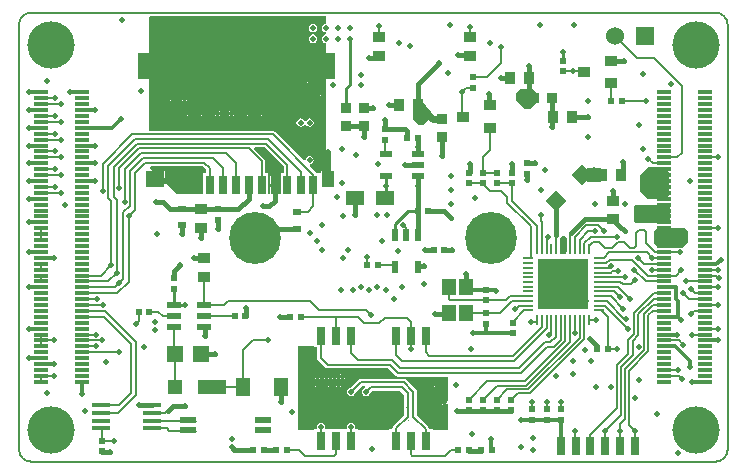
<source format=gtl>
%FSLAX44Y44*%
%MOMM*%
G71*
G01*
G75*
G04 Layer_Physical_Order=1*
G04 Layer_Color=255*
%ADD10R,0.5000X0.6000*%
%ADD11R,0.6000X0.5000*%
%ADD12R,0.5000X1.1000*%
%ADD13R,1.1000X0.5000*%
%ADD14R,0.8128X0.8128*%
%ADD15R,1.0160X0.8890*%
%ADD16R,2.4000X1.2500*%
%ADD17R,1.2000X1.2500*%
%ADD18R,0.8890X1.0160*%
%ADD19R,1.6002X1.2954*%
%ADD20R,0.7600X1.5200*%
%ADD21R,0.8128X0.8128*%
%ADD22R,1.0668X0.8128*%
G04:AMPARAMS|DCode=23|XSize=0.22mm|YSize=0.8mm|CornerRadius=0mm|HoleSize=0mm|Usage=FLASHONLY|Rotation=90.000|XOffset=0mm|YOffset=0mm|HoleType=Round|Shape=RoundedRectangle|*
%AMROUNDEDRECTD23*
21,1,0.2200,0.8000,0,0,90.0*
21,1,0.2200,0.8000,0,0,90.0*
1,1,0.0000,0.4000,0.1100*
1,1,0.0000,0.4000,-0.1100*
1,1,0.0000,-0.4000,-0.1100*
1,1,0.0000,-0.4000,0.1100*
%
%ADD23ROUNDEDRECTD23*%
G04:AMPARAMS|DCode=24|XSize=0.22mm|YSize=0.8mm|CornerRadius=0mm|HoleSize=0mm|Usage=FLASHONLY|Rotation=0.000|XOffset=0mm|YOffset=0mm|HoleType=Round|Shape=RoundedRectangle|*
%AMROUNDEDRECTD24*
21,1,0.2200,0.8000,0,0,0.0*
21,1,0.2200,0.8000,0,0,0.0*
1,1,0.0000,0.1100,-0.4000*
1,1,0.0000,-0.1100,-0.4000*
1,1,0.0000,-0.1100,0.4000*
1,1,0.0000,0.1100,0.4000*
%
%ADD24ROUNDEDRECTD24*%
%ADD25R,4.3000X4.3000*%
%ADD26R,0.7000X0.6000*%
%ADD27R,1.2500X0.3000*%
%ADD28R,0.7000X1.6000*%
%ADD29R,1.1000X1.4000*%
%ADD30R,1.6000X1.4000*%
%ADD31R,1.2000X2.2000*%
%ADD32R,1.2000X1.4000*%
%ADD33R,0.8000X1.6000*%
%ADD34R,1.4000X0.6000*%
%ADD35P,1.8385X4X90.0*%
%ADD36R,1.2700X0.5080*%
%ADD37R,1.3970X1.3970*%
%ADD38R,1.2000X1.6000*%
%ADD39R,1.5000X0.4000*%
%ADD40C,0.4000*%
%ADD41C,0.2000*%
%ADD42C,0.3000*%
%ADD43C,0.2540*%
%ADD44C,0.1270*%
%ADD45C,0.6000*%
%ADD46R,1.3000X1.2000*%
%ADD47C,0.0254*%
%ADD48C,4.4000*%
%ADD49C,0.5000*%
G04:AMPARAMS|DCode=50|XSize=4mm|YSize=4mm|CornerRadius=2mm|HoleSize=0mm|Usage=FLASHONLY|Rotation=0.000|XOffset=0mm|YOffset=0mm|HoleType=Round|Shape=RoundedRectangle|*
%AMROUNDEDRECTD50*
21,1,4.0000,0.0000,0,0,0.0*
21,1,0.0000,4.0000,0,0,0.0*
1,1,4.0000,0.0000,0.0000*
1,1,4.0000,0.0000,0.0000*
1,1,4.0000,0.0000,0.0000*
1,1,4.0000,0.0000,0.0000*
%
%ADD50ROUNDEDRECTD50*%
%ADD51R,1.5240X1.5240*%
%ADD52C,1.5240*%
G36*
X-141718Y57127D02*
Y54118D01*
X-144159D01*
Y36380D01*
X-166562D01*
X-176616Y46434D01*
Y47931D01*
X-184616D01*
Y49201D01*
X-185886D01*
Y56201D01*
X-186383D01*
X-189000Y58818D01*
X-188514Y59991D01*
X-144583D01*
X-141718Y57127D01*
D02*
G37*
G36*
X-75715Y59680D02*
Y54118D01*
X-78156D01*
Y36380D01*
X-80123D01*
Y42848D01*
X-87123D01*
Y36380D01*
X-89089D01*
Y54118D01*
X-91531D01*
Y64147D01*
X-91531Y64147D01*
X-91763Y65318D01*
X-92427Y66310D01*
X-92427Y66310D01*
X-100934Y74818D01*
X-100449Y75991D01*
X-92026D01*
X-75715Y59680D01*
D02*
G37*
G36*
X139158Y121158D02*
Y115158D01*
X132703Y108703D01*
X128297D01*
X121000Y116000D01*
Y122000D01*
X124000Y125000D01*
X135316D01*
X139158Y121158D01*
D02*
G37*
G36*
X266198Y4802D02*
Y-3802D01*
X261000Y-9000D01*
X242000D01*
X238000Y-5000D01*
Y5000D01*
X240500Y7500D01*
X263500D01*
X266198Y4802D01*
D02*
G37*
G36*
X251022Y27500D02*
X251530Y27000D01*
X251530Y12500D01*
X251030Y12000D01*
X222000Y12000D01*
X220657Y13343D01*
X220657Y26657D01*
X221500Y27500D01*
X251022Y27500D01*
D02*
G37*
G36*
X250528Y54472D02*
Y35999D01*
X247029Y32500D01*
X232500D01*
X226000Y39000D01*
Y52445D01*
X232555Y59000D01*
X246000D01*
X250528Y54472D01*
D02*
G37*
G36*
X-40000Y186941D02*
Y180569D01*
X-41366Y180297D01*
X-42523Y179523D01*
X-43297Y178366D01*
X-43569Y177000D01*
X-43297Y175634D01*
X-42523Y174477D01*
X-41366Y173703D01*
X-40000Y173431D01*
Y171569D01*
X-41366Y171297D01*
X-42523Y170523D01*
X-43297Y169366D01*
X-43569Y168000D01*
X-43297Y166634D01*
X-42523Y165477D01*
X-41366Y164703D01*
X-40000Y164431D01*
Y156201D01*
X-44539D01*
Y146471D01*
X-38539D01*
Y143931D01*
X-44539D01*
Y134201D01*
X-40000D01*
Y74069D01*
X-40399Y73802D01*
X-40754Y73270D01*
X-38596D01*
Y70730D01*
X-40754D01*
X-40399Y70198D01*
X-40000Y69931D01*
Y56111D01*
X-44096D01*
Y54118D01*
X-45153D01*
Y54118D01*
X-48024D01*
X-48490Y54816D01*
X-48490Y54816D01*
X-53970Y60296D01*
X-53601Y61511D01*
X-52634Y61703D01*
X-51477Y62477D01*
X-50703Y63634D01*
X-50431Y65000D01*
X-50703Y66366D01*
X-51477Y67523D01*
X-52634Y68297D01*
X-54000Y68569D01*
X-55366Y68297D01*
X-56523Y67523D01*
X-57297Y66366D01*
X-57489Y65399D01*
X-58705Y65030D01*
X-82887Y89213D01*
X-83879Y89876D01*
X-85050Y90109D01*
X-85050Y90109D01*
X-189629D01*
Y134198D01*
X-187626D01*
Y143928D01*
X-193626D01*
Y146468D01*
X-187626D01*
Y156198D01*
X-189629D01*
Y186043D01*
X-188731Y186941D01*
X-40000Y186941D01*
D02*
G37*
G36*
X-50320Y-93150D02*
X-47579D01*
Y-102225D01*
X-47579Y-102225D01*
X-47346Y-103396D01*
X-46683Y-104388D01*
X-40789Y-110282D01*
X-40789Y-110282D01*
X-40194Y-110680D01*
X-39796Y-110945D01*
X-38626Y-111178D01*
X12852D01*
X18837Y-117163D01*
X18837Y-117163D01*
X19829Y-117826D01*
X19829Y-117826D01*
X19829Y-117826D01*
D01*
X19829Y-117826D01*
X19829Y-117826D01*
X21000Y-118059D01*
X63500D01*
Y-138551D01*
X62285Y-138919D01*
X61802Y-138198D01*
X61270Y-137842D01*
Y-140000D01*
Y-142158D01*
X61802Y-141802D01*
X62285Y-141081D01*
X63500Y-141449D01*
Y-163550D01*
X50320D01*
Y-162850D01*
X47579D01*
Y-162520D01*
X47346Y-161350D01*
X46683Y-160357D01*
X37059Y-150733D01*
Y-131000D01*
X36826Y-129830D01*
X36163Y-128837D01*
X28163Y-120837D01*
X27171Y-120174D01*
X26000Y-119941D01*
X26000Y-119941D01*
X-10750D01*
X-10750Y-119941D01*
X-11921Y-120174D01*
X-12913Y-120837D01*
X-12913Y-120837D01*
X-19695Y-127619D01*
X-20116Y-127703D01*
X-21273Y-128477D01*
X-22047Y-129634D01*
X-22319Y-131000D01*
X-22047Y-132366D01*
X-21273Y-133523D01*
X-20116Y-134297D01*
X-18750Y-134569D01*
X-17384Y-134297D01*
X-16227Y-133523D01*
X-15453Y-132366D01*
X-15369Y-131945D01*
X-9483Y-126059D01*
X-7294D01*
X-6808Y-127232D01*
X-7616Y-127703D01*
X-7616D01*
X-8773Y-128477D01*
X-9547Y-129634D01*
X-9819Y-131000D01*
X-9547Y-132366D01*
X-8773Y-133523D01*
X-7616Y-134297D01*
X-6250Y-134569D01*
X-4884Y-134297D01*
X-3727Y-133523D01*
X-2953Y-132366D01*
X-2869Y-131945D01*
X-983Y-130059D01*
X22733D01*
X25941Y-133267D01*
Y-150733D01*
X16957Y-159717D01*
X16294Y-160709D01*
X16061Y-161880D01*
X16061Y-161880D01*
X16061Y-161880D01*
Y-161952D01*
X15163Y-162850D01*
X13320D01*
Y-163550D01*
X-13180D01*
Y-162850D01*
X-14798D01*
X-15604Y-161868D01*
X-15431Y-161000D01*
X-15703Y-159634D01*
X-16477Y-158477D01*
X-17634Y-157703D01*
X-19000Y-157431D01*
X-20366Y-157703D01*
X-21523Y-158477D01*
X-22297Y-159634D01*
X-22569Y-161000D01*
X-22396Y-161868D01*
X-23201Y-162850D01*
X-24780D01*
D01*
D01*
X-24780Y-162850D01*
X-25880D01*
Y-162850D01*
X-37480D01*
D01*
D01*
X-37480Y-162850D01*
X-38580D01*
Y-162850D01*
X-40178D01*
X-40984Y-161868D01*
X-40811Y-161000D01*
X-41083Y-159634D01*
X-41857Y-158477D01*
X-43014Y-157703D01*
X-44380Y-157431D01*
X-45746Y-157703D01*
X-46903Y-158477D01*
X-47677Y-159634D01*
X-47949Y-161000D01*
X-47776Y-161868D01*
X-48582Y-162850D01*
X-50180D01*
Y-163550D01*
X-63500D01*
Y-92450D01*
X-50320D01*
Y-93150D01*
D02*
G37*
G36*
X49000Y107000D02*
Y102000D01*
X42000Y95000D01*
X38650D01*
X34000Y99650D01*
Y110000D01*
X36000Y112000D01*
X44000D01*
X49000Y107000D01*
D02*
G37*
%LPC*%
G36*
X-48270Y-115842D02*
X-48802Y-116198D01*
X-49158Y-116730D01*
X-48270D01*
Y-115842D01*
D02*
G37*
G36*
X-23842Y-119270D02*
X-24730D01*
Y-120158D01*
X-24198Y-119802D01*
X-23842Y-119270D01*
D02*
G37*
G36*
X-41270Y-115842D02*
X-41802Y-116198D01*
X-42158Y-116730D01*
X-41270D01*
Y-115842D01*
D02*
G37*
G36*
X-45730D02*
Y-116730D01*
X-44842D01*
X-45198Y-116198D01*
X-45730Y-115842D01*
D02*
G37*
G36*
X-34270Y-119270D02*
X-35158D01*
X-34802Y-119802D01*
X-34270Y-120158D01*
Y-119270D01*
D02*
G37*
G36*
X-30842D02*
X-31730D01*
Y-120158D01*
X-31198Y-119802D01*
X-30842Y-119270D01*
D02*
G37*
G36*
X-37842D02*
X-38730D01*
Y-120158D01*
X-38198Y-119802D01*
X-37842Y-119270D01*
D02*
G37*
G36*
X-27270D02*
X-28158D01*
X-27802Y-119802D01*
X-27270Y-120158D01*
Y-119270D01*
D02*
G37*
G36*
X-38730Y-115842D02*
Y-116730D01*
X-37842D01*
X-38198Y-116198D01*
X-38730Y-115842D01*
D02*
G37*
G36*
X-84893Y52118D02*
X-87123D01*
Y45388D01*
X-84893D01*
Y52118D01*
D02*
G37*
G36*
X-165842Y46230D02*
X-166730D01*
Y45342D01*
X-166198Y45697D01*
X-165842Y46230D01*
D02*
G37*
G36*
X-169270Y49658D02*
X-169802Y49302D01*
X-170158Y48770D01*
X-169270D01*
Y49658D01*
D02*
G37*
G36*
X-80123Y52118D02*
X-82353D01*
Y45388D01*
X-80123D01*
Y52118D01*
D02*
G37*
G36*
X-169270Y46230D02*
X-170158D01*
X-169802Y45697D01*
X-169270Y45342D01*
Y46230D01*
D02*
G37*
G36*
X-31730Y-115842D02*
Y-116730D01*
X-30842D01*
X-31198Y-116198D01*
X-31730Y-115842D01*
D02*
G37*
G36*
X-34270D02*
X-34802Y-116198D01*
X-35158Y-116730D01*
X-34270D01*
Y-115842D01*
D02*
G37*
G36*
X-24730D02*
Y-116730D01*
X-23842D01*
X-24198Y-116198D01*
X-24730Y-115842D01*
D02*
G37*
G36*
X-27270D02*
X-27802Y-116198D01*
X-28158Y-116730D01*
X-27270D01*
Y-115842D01*
D02*
G37*
G36*
Y-126270D02*
X-28158D01*
X-27802Y-126802D01*
X-27270Y-127158D01*
Y-126270D01*
D02*
G37*
G36*
X-30842D02*
X-31730D01*
Y-127158D01*
X-31198Y-126802D01*
X-30842Y-126270D01*
D02*
G37*
G36*
X-34270D02*
X-35158D01*
X-34802Y-126802D01*
X-34270Y-127158D01*
Y-126270D01*
D02*
G37*
G36*
X52158D02*
X51270D01*
Y-127158D01*
X51802Y-126802D01*
X52158Y-126270D01*
D02*
G37*
G36*
X48730D02*
X47842D01*
X48198Y-126802D01*
X48730Y-127158D01*
Y-126270D01*
D02*
G37*
G36*
X-23842D02*
X-24730D01*
Y-127158D01*
X-24198Y-126802D01*
X-23842Y-126270D01*
D02*
G37*
G36*
X-48270D02*
X-49158D01*
X-48802Y-126802D01*
X-48270Y-127158D01*
Y-126270D01*
D02*
G37*
G36*
X58730Y-137842D02*
X58198Y-138198D01*
X57842Y-138730D01*
X58730D01*
Y-137842D01*
D02*
G37*
G36*
Y-141270D02*
X57842D01*
X58198Y-141802D01*
X58730Y-142158D01*
Y-141270D01*
D02*
G37*
G36*
X-37842Y-126270D02*
X-38730D01*
Y-127158D01*
X-38198Y-126802D01*
X-37842Y-126270D01*
D02*
G37*
G36*
X-41270D02*
X-42158D01*
X-41802Y-126802D01*
X-41270Y-127158D01*
Y-126270D01*
D02*
G37*
G36*
X-44842D02*
X-45730D01*
Y-127158D01*
X-45198Y-126802D01*
X-44842Y-126270D01*
D02*
G37*
G36*
X-48270Y-122842D02*
X-48802Y-123198D01*
X-49158Y-123730D01*
X-48270D01*
Y-122842D01*
D02*
G37*
G36*
X51270D02*
Y-123730D01*
X52158D01*
X51802Y-123198D01*
X51270Y-122842D01*
D02*
G37*
G36*
X48730D02*
X48198Y-123198D01*
X47842Y-123730D01*
X48730D01*
Y-122842D01*
D02*
G37*
G36*
X-24730D02*
Y-123730D01*
X-23842D01*
X-24198Y-123198D01*
X-24730Y-122842D01*
D02*
G37*
G36*
X-41270Y-119270D02*
X-42158D01*
X-41802Y-119802D01*
X-41270Y-120158D01*
Y-119270D01*
D02*
G37*
G36*
X-44842D02*
X-45730D01*
Y-120158D01*
X-45198Y-119802D01*
X-44842Y-119270D01*
D02*
G37*
G36*
X-48270D02*
X-49158D01*
X-48802Y-119802D01*
X-48270Y-120158D01*
Y-119270D01*
D02*
G37*
G36*
X-38730Y-122842D02*
Y-123730D01*
X-37842D01*
X-38198Y-123198D01*
X-38730Y-122842D01*
D02*
G37*
G36*
X-41270D02*
X-41802Y-123198D01*
X-42158Y-123730D01*
X-41270D01*
Y-122842D01*
D02*
G37*
G36*
X-45730D02*
Y-123730D01*
X-44842D01*
X-45198Y-123198D01*
X-45730Y-122842D01*
D02*
G37*
G36*
X-27270D02*
X-27802Y-123198D01*
X-28158Y-123730D01*
X-27270D01*
Y-122842D01*
D02*
G37*
G36*
X-31730D02*
Y-123730D01*
X-30842D01*
X-31198Y-123198D01*
X-31730Y-122842D01*
D02*
G37*
G36*
X-34270D02*
X-34802Y-123198D01*
X-35158Y-123730D01*
X-34270D01*
Y-122842D01*
D02*
G37*
G36*
X-171270Y119158D02*
X-171802Y118802D01*
X-172158Y118270D01*
X-171270D01*
Y119158D01*
D02*
G37*
G36*
X-154112Y115730D02*
X-155000D01*
Y114842D01*
X-154468Y115198D01*
X-154112Y115730D01*
D02*
G37*
G36*
X-157540D02*
X-158428D01*
X-158072Y115198D01*
X-157540Y114842D01*
Y115730D01*
D02*
G37*
G36*
X-162000Y119158D02*
Y118270D01*
X-161112D01*
X-161468Y118802D01*
X-162000Y119158D01*
D02*
G37*
G36*
X-164540D02*
X-165072Y118802D01*
X-165428Y118270D01*
X-164540D01*
Y119158D01*
D02*
G37*
G36*
X-168730D02*
Y118270D01*
X-167842D01*
X-168198Y118802D01*
X-168730Y119158D01*
D02*
G37*
G36*
X-171270Y115730D02*
X-172158D01*
X-171802Y115198D01*
X-171270Y114842D01*
Y115730D01*
D02*
G37*
G36*
X-94730Y107158D02*
Y106270D01*
X-93842D01*
X-94198Y106802D01*
X-94730Y107158D01*
D02*
G37*
G36*
X-97270D02*
X-97802Y106802D01*
X-98158Y106270D01*
X-97270D01*
Y107158D01*
D02*
G37*
G36*
X-161112Y115730D02*
X-162000D01*
Y114842D01*
X-161468Y115198D01*
X-161112Y115730D01*
D02*
G37*
G36*
X-164540D02*
X-165428D01*
X-165072Y115198D01*
X-164540Y114842D01*
Y115730D01*
D02*
G37*
G36*
X-167842D02*
X-168730D01*
Y114842D01*
X-168198Y115198D01*
X-167842Y115730D01*
D02*
G37*
G36*
X-58270Y135158D02*
X-58802Y134802D01*
X-59158Y134270D01*
X-58270D01*
Y135158D01*
D02*
G37*
G36*
X-54842Y131730D02*
X-55730D01*
Y130842D01*
X-55198Y131198D01*
X-54842Y131730D01*
D02*
G37*
G36*
X-58270D02*
X-59158D01*
X-58802Y131198D01*
X-58270Y130842D01*
Y131730D01*
D02*
G37*
G36*
X-51000Y180569D02*
X-52366Y180297D01*
X-53523Y179523D01*
X-54297Y178366D01*
X-54569Y177000D01*
X-54297Y175634D01*
X-53523Y174477D01*
X-52366Y173703D01*
X-51000Y173431D01*
X-49634Y173703D01*
X-48477Y174477D01*
X-47703Y175634D01*
X-47431Y177000D01*
X-47703Y178366D01*
X-48477Y179523D01*
X-49634Y180297D01*
X-51000Y180569D01*
D02*
G37*
G36*
Y171569D02*
X-52366Y171297D01*
X-53523Y170523D01*
X-54297Y169366D01*
X-54569Y168000D01*
X-54297Y166634D01*
X-53523Y165477D01*
X-52366Y164703D01*
X-51000Y164431D01*
X-49634Y164703D01*
X-48477Y165477D01*
X-47703Y166634D01*
X-47431Y168000D01*
X-47703Y169366D01*
X-48477Y170523D01*
X-49634Y171297D01*
X-51000Y171569D01*
D02*
G37*
G36*
X-55730Y135158D02*
Y134270D01*
X-54842D01*
X-55198Y134802D01*
X-55730Y135158D01*
D02*
G37*
G36*
X-47270Y120730D02*
X-48158D01*
X-47802Y120198D01*
X-47270Y119842D01*
Y120730D01*
D02*
G37*
G36*
X-155000Y119158D02*
Y118270D01*
X-154112D01*
X-154468Y118802D01*
X-155000Y119158D01*
D02*
G37*
G36*
X-157540D02*
X-158072Y118802D01*
X-158428Y118270D01*
X-157540D01*
Y119158D01*
D02*
G37*
G36*
X-44730Y124158D02*
Y123270D01*
X-43842D01*
X-44198Y123802D01*
X-44730Y124158D01*
D02*
G37*
G36*
X-47270D02*
X-47802Y123802D01*
X-48158Y123270D01*
X-47270D01*
Y124158D01*
D02*
G37*
G36*
X-43842Y120730D02*
X-44730D01*
Y119842D01*
X-44198Y120198D01*
X-43842Y120730D01*
D02*
G37*
G36*
X-106730Y107158D02*
Y106270D01*
X-105842D01*
X-106198Y106802D01*
X-106730Y107158D01*
D02*
G37*
G36*
X-129842Y103730D02*
X-130730D01*
Y102842D01*
X-130198Y103198D01*
X-129842Y103730D01*
D02*
G37*
G36*
X-133270D02*
X-134158D01*
X-133802Y103198D01*
X-133270Y102842D01*
Y103730D01*
D02*
G37*
G36*
X-141842D02*
X-142730D01*
Y102842D01*
X-142198Y103198D01*
X-141842Y103730D01*
D02*
G37*
G36*
X-109270D02*
X-110158D01*
X-109802Y103198D01*
X-109270Y102842D01*
Y103730D01*
D02*
G37*
G36*
X-117842D02*
X-118730D01*
Y102842D01*
X-118198Y103198D01*
X-117842Y103730D01*
D02*
G37*
G36*
X-121270D02*
X-122158D01*
X-121802Y103198D01*
X-121270Y102842D01*
Y103730D01*
D02*
G37*
G36*
X-54000Y100569D02*
X-55366Y100297D01*
X-56523Y99523D01*
X-57103Y98655D01*
X-58373D01*
X-58953Y99523D01*
X-60111Y100297D01*
X-61477Y100569D01*
X-62842Y100297D01*
X-64000Y99523D01*
X-64774Y98366D01*
X-65045Y97000D01*
X-64774Y95634D01*
X-64000Y94477D01*
X-62842Y93703D01*
X-61477Y93431D01*
X-60111Y93703D01*
X-58953Y94477D01*
X-58373Y95345D01*
X-57103D01*
X-56523Y94477D01*
X-55366Y93703D01*
X-54000Y93431D01*
X-52634Y93703D01*
X-51477Y94477D01*
X-50703Y95634D01*
X-50431Y97000D01*
X-50703Y98366D01*
X-51477Y99523D01*
X-52634Y100297D01*
X-54000Y100569D01*
D02*
G37*
G36*
X-176616Y56201D02*
X-183346D01*
Y50471D01*
X-176616D01*
Y56201D01*
D02*
G37*
G36*
X-166730Y49658D02*
Y48770D01*
X-165842D01*
X-166198Y49302D01*
X-166730Y49658D01*
D02*
G37*
G36*
X-145270Y103730D02*
X-146158D01*
X-145802Y103198D01*
X-145270Y102842D01*
Y103730D01*
D02*
G37*
G36*
X-153842D02*
X-154730D01*
Y102842D01*
X-154198Y103198D01*
X-153842Y103730D01*
D02*
G37*
G36*
X-157270D02*
X-158158D01*
X-157802Y103198D01*
X-157270Y102842D01*
Y103730D01*
D02*
G37*
G36*
X-130730Y107158D02*
Y106270D01*
X-129842D01*
X-130198Y106802D01*
X-130730Y107158D01*
D02*
G37*
G36*
X-133270D02*
X-133802Y106802D01*
X-134158Y106270D01*
X-133270D01*
Y107158D01*
D02*
G37*
G36*
X-142730D02*
Y106270D01*
X-141842D01*
X-142198Y106802D01*
X-142730Y107158D01*
D02*
G37*
G36*
X-109270D02*
X-109802Y106802D01*
X-110158Y106270D01*
X-109270D01*
Y107158D01*
D02*
G37*
G36*
X-118730D02*
Y106270D01*
X-117842D01*
X-118198Y106802D01*
X-118730Y107158D01*
D02*
G37*
G36*
X-121270D02*
X-121802Y106802D01*
X-122158Y106270D01*
X-121270D01*
Y107158D01*
D02*
G37*
G36*
X-93842Y103730D02*
X-94730D01*
Y102842D01*
X-94198Y103198D01*
X-93842Y103730D01*
D02*
G37*
G36*
X-97270D02*
X-98158D01*
X-97802Y103198D01*
X-97270Y102842D01*
Y103730D01*
D02*
G37*
G36*
X-105842D02*
X-106730D01*
Y102842D01*
X-106198Y103198D01*
X-105842Y103730D01*
D02*
G37*
G36*
X-145270Y107158D02*
X-145802Y106802D01*
X-146158Y106270D01*
X-145270D01*
Y107158D01*
D02*
G37*
G36*
X-154730D02*
Y106270D01*
X-153842D01*
X-154198Y106802D01*
X-154730Y107158D01*
D02*
G37*
G36*
X-157270D02*
X-157802Y106802D01*
X-158158Y106270D01*
X-157270D01*
Y107158D01*
D02*
G37*
%LPD*%
D10*
X-5000Y-24000D02*
D03*
X4000D02*
D03*
X46500Y22000D02*
D03*
X37500D02*
D03*
X210500Y115000D02*
D03*
X201500D02*
D03*
X189500Y-95000D02*
D03*
X198500D02*
D03*
X-101600Y-180474D02*
D03*
X-92600D02*
D03*
X-73053D02*
D03*
X-82053D02*
D03*
X100500D02*
D03*
X91500D02*
D03*
X71953D02*
D03*
X80953D02*
D03*
X60040Y-11000D02*
D03*
X51040D02*
D03*
X28500Y84000D02*
D03*
X37500D02*
D03*
X-70500Y-68000D02*
D03*
X-61500D02*
D03*
X-189500Y-63000D02*
D03*
X-198500D02*
D03*
X-108500Y-67000D02*
D03*
X-117500D02*
D03*
D11*
X10000Y91500D02*
D03*
Y82500D02*
D03*
X117000Y-146500D02*
D03*
Y-137500D02*
D03*
X105000Y-146500D02*
D03*
Y-137500D02*
D03*
X93000Y-146500D02*
D03*
Y-137500D02*
D03*
X81000Y-146500D02*
D03*
Y-137500D02*
D03*
X161000Y140500D02*
D03*
Y149500D02*
D03*
X84000Y126500D02*
D03*
Y135500D02*
D03*
X130340Y53500D02*
D03*
Y62500D02*
D03*
X158900Y-145770D02*
D03*
Y-154770D02*
D03*
X134730Y-145770D02*
D03*
Y-154770D02*
D03*
X146730Y-145770D02*
D03*
Y-154770D02*
D03*
X-131268Y14606D02*
D03*
Y23606D02*
D03*
X-230000Y-172500D02*
D03*
Y-181500D02*
D03*
X95049Y-44566D02*
D03*
Y-53566D02*
D03*
X95130Y-73621D02*
D03*
Y-64621D02*
D03*
X104940Y54500D02*
D03*
Y45500D02*
D03*
X92920Y54500D02*
D03*
Y45500D02*
D03*
X118356Y-81500D02*
D03*
Y-72500D02*
D03*
X80978Y54500D02*
D03*
Y45500D02*
D03*
X117226D02*
D03*
Y54500D02*
D03*
X-169000Y-43500D02*
D03*
Y-34500D02*
D03*
D12*
X37500Y-25500D02*
D03*
X18500D02*
D03*
Y1500D02*
D03*
X28000D02*
D03*
X37500D02*
D03*
D13*
X10842Y51770D02*
D03*
Y70770D02*
D03*
X37842D02*
D03*
Y61270D02*
D03*
Y51770D02*
D03*
D14*
X136380Y118000D02*
D03*
X151620D02*
D03*
D15*
X-143000Y-34001D02*
D03*
Y-17999D02*
D03*
X5000Y169501D02*
D03*
Y153499D02*
D03*
X81730Y169501D02*
D03*
Y153499D02*
D03*
X-146000Y24001D02*
D03*
Y7999D02*
D03*
X203000Y31001D02*
D03*
Y14999D02*
D03*
D16*
X-136750Y-126717D02*
D03*
D17*
X-167500D02*
D03*
D18*
X115999Y135000D02*
D03*
X132001D02*
D03*
X38001Y112000D02*
D03*
X21999D02*
D03*
X210001Y53000D02*
D03*
X193999D02*
D03*
X168001Y102000D02*
D03*
X151999D02*
D03*
D19*
X-15131Y33302D02*
D03*
X10269D02*
D03*
D20*
X44363Y-83550D02*
D03*
X31680D02*
D03*
X18980D02*
D03*
X-19120D02*
D03*
X-31820D02*
D03*
X-44520D02*
D03*
X-44380Y-172450D02*
D03*
X-31680D02*
D03*
X-18980D02*
D03*
X19120D02*
D03*
X31820D02*
D03*
X44520D02*
D03*
D21*
X-8000Y94380D02*
D03*
Y109620D02*
D03*
X-23000Y94380D02*
D03*
Y109620D02*
D03*
X58000Y99620D02*
D03*
Y84380D02*
D03*
D22*
X178608Y139949D02*
D03*
X201544Y149487D02*
D03*
Y130412D02*
D03*
X75608Y101949D02*
D03*
X98544Y111487D02*
D03*
Y92411D02*
D03*
D23*
X130678Y-38000D02*
D03*
Y-42000D02*
D03*
Y-46000D02*
D03*
Y-34000D02*
D03*
Y-30000D02*
D03*
Y-26000D02*
D03*
Y-22000D02*
D03*
Y-18000D02*
D03*
Y-50000D02*
D03*
Y-54000D02*
D03*
Y-62000D02*
D03*
Y-58000D02*
D03*
X190678Y-22000D02*
D03*
Y-18000D02*
D03*
Y-26000D02*
D03*
Y-30000D02*
D03*
Y-62000D02*
D03*
Y-58000D02*
D03*
Y-54000D02*
D03*
Y-50000D02*
D03*
Y-46000D02*
D03*
Y-34000D02*
D03*
Y-38000D02*
D03*
Y-42000D02*
D03*
D24*
X162678Y-10000D02*
D03*
X158678D02*
D03*
X154678D02*
D03*
X166678D02*
D03*
X170678D02*
D03*
X174678D02*
D03*
X178678D02*
D03*
X182678D02*
D03*
X150678D02*
D03*
X146678D02*
D03*
X138678D02*
D03*
X142678D02*
D03*
X182678Y-70000D02*
D03*
X178678D02*
D03*
X174678D02*
D03*
X170678D02*
D03*
X166678D02*
D03*
X138678D02*
D03*
X142678D02*
D03*
X146678D02*
D03*
X150678D02*
D03*
X154678D02*
D03*
X158678D02*
D03*
X162678D02*
D03*
D25*
X160678Y-40000D02*
D03*
D26*
X-65000Y21100D02*
D03*
Y6900D02*
D03*
X-162000Y9900D02*
D03*
Y24100D02*
D03*
D27*
X-246450Y2500D02*
D03*
Y7500D02*
D03*
Y12500D02*
D03*
Y17500D02*
D03*
Y22500D02*
D03*
Y27500D02*
D03*
Y32500D02*
D03*
Y37500D02*
D03*
Y-2500D02*
D03*
Y-7500D02*
D03*
Y-12500D02*
D03*
Y-17500D02*
D03*
Y-22500D02*
D03*
Y-27500D02*
D03*
Y-32500D02*
D03*
Y-37500D02*
D03*
Y-122500D02*
D03*
Y-117500D02*
D03*
Y-112500D02*
D03*
Y-107500D02*
D03*
Y-102500D02*
D03*
Y-97500D02*
D03*
Y-92500D02*
D03*
Y-87500D02*
D03*
Y-82500D02*
D03*
Y-42500D02*
D03*
Y-47500D02*
D03*
Y-52500D02*
D03*
Y-57500D02*
D03*
Y-62500D02*
D03*
Y-67500D02*
D03*
Y-72500D02*
D03*
Y-77500D02*
D03*
Y72500D02*
D03*
Y77500D02*
D03*
Y82500D02*
D03*
Y87500D02*
D03*
Y92500D02*
D03*
Y97500D02*
D03*
Y102500D02*
D03*
Y107500D02*
D03*
Y67500D02*
D03*
Y62500D02*
D03*
Y57500D02*
D03*
Y52500D02*
D03*
Y47500D02*
D03*
Y42500D02*
D03*
Y112500D02*
D03*
Y117500D02*
D03*
Y122500D02*
D03*
X-280950D02*
D03*
Y117500D02*
D03*
Y112500D02*
D03*
Y42500D02*
D03*
Y47500D02*
D03*
Y52500D02*
D03*
Y57500D02*
D03*
Y62500D02*
D03*
Y67500D02*
D03*
Y107500D02*
D03*
Y102500D02*
D03*
Y97500D02*
D03*
Y92500D02*
D03*
Y87500D02*
D03*
Y82500D02*
D03*
Y77500D02*
D03*
Y72500D02*
D03*
Y-77500D02*
D03*
Y-72500D02*
D03*
Y-67500D02*
D03*
Y-62500D02*
D03*
Y-57500D02*
D03*
Y-52500D02*
D03*
Y-47500D02*
D03*
Y-42500D02*
D03*
Y-82500D02*
D03*
Y-87500D02*
D03*
Y-92500D02*
D03*
Y-97500D02*
D03*
Y-102500D02*
D03*
Y-107500D02*
D03*
Y-112500D02*
D03*
Y-117500D02*
D03*
Y-122500D02*
D03*
Y-37500D02*
D03*
Y-32500D02*
D03*
Y-27500D02*
D03*
Y-22500D02*
D03*
Y-17500D02*
D03*
Y-12500D02*
D03*
Y-7500D02*
D03*
Y-2500D02*
D03*
Y37500D02*
D03*
Y32500D02*
D03*
Y27500D02*
D03*
Y22500D02*
D03*
Y17500D02*
D03*
Y12500D02*
D03*
Y7500D02*
D03*
Y2500D02*
D03*
X246450Y2500D02*
D03*
X280950D02*
D03*
Y7500D02*
D03*
X246450D02*
D03*
X280950Y12500D02*
D03*
X246450D02*
D03*
X280950Y17500D02*
D03*
X246450D02*
D03*
X280950Y22500D02*
D03*
X246450D02*
D03*
X280950Y27500D02*
D03*
X246450D02*
D03*
X280950Y32500D02*
D03*
X246450D02*
D03*
X280950Y37500D02*
D03*
X246450D02*
D03*
Y-2500D02*
D03*
X280950D02*
D03*
X246450Y-7500D02*
D03*
X280950D02*
D03*
X246450Y-12500D02*
D03*
X280950D02*
D03*
X246450Y-17500D02*
D03*
X280950D02*
D03*
X246450Y-22500D02*
D03*
X280950D02*
D03*
X246450Y-27500D02*
D03*
X280950D02*
D03*
X246450Y-32500D02*
D03*
X280950D02*
D03*
Y-37500D02*
D03*
X246450D02*
D03*
Y-122500D02*
D03*
X280950D02*
D03*
X246450Y-117500D02*
D03*
X280950D02*
D03*
Y-112500D02*
D03*
X246450D02*
D03*
X280950Y-107500D02*
D03*
X246450D02*
D03*
X280950Y-102500D02*
D03*
X246450D02*
D03*
X280950Y-97500D02*
D03*
X246450D02*
D03*
X280950Y-92500D02*
D03*
X246450D02*
D03*
X280950Y-87500D02*
D03*
X246450D02*
D03*
X280950Y-82500D02*
D03*
X246450D02*
D03*
Y-42500D02*
D03*
X280950D02*
D03*
X246450Y-47500D02*
D03*
X280950D02*
D03*
X246450Y-52500D02*
D03*
X280950D02*
D03*
X246450Y-57500D02*
D03*
X280950D02*
D03*
X246450Y-62500D02*
D03*
X280950D02*
D03*
X246450Y-67500D02*
D03*
X280950D02*
D03*
X246450Y-72500D02*
D03*
X280950D02*
D03*
Y-77500D02*
D03*
X246450D02*
D03*
Y72500D02*
D03*
X280950D02*
D03*
Y77500D02*
D03*
X246450D02*
D03*
X280950Y82500D02*
D03*
X246450D02*
D03*
X280950Y87500D02*
D03*
X246450D02*
D03*
X280950Y92500D02*
D03*
X246450D02*
D03*
X280950Y97500D02*
D03*
X246450D02*
D03*
X280950Y102500D02*
D03*
X246450D02*
D03*
X280950Y107500D02*
D03*
X246450D02*
D03*
Y67500D02*
D03*
X280950D02*
D03*
X246450Y62500D02*
D03*
X280950D02*
D03*
X246450Y57500D02*
D03*
X280950D02*
D03*
X246450Y52500D02*
D03*
X280950D02*
D03*
X246450Y47500D02*
D03*
X280950D02*
D03*
X246450Y42500D02*
D03*
X280950D02*
D03*
X246450Y112500D02*
D03*
X280950D02*
D03*
Y117500D02*
D03*
X246450D02*
D03*
X280950Y122500D02*
D03*
X246450D02*
D03*
D28*
X-50653Y44118D02*
D03*
X-61606D02*
D03*
X-72656D02*
D03*
X-83623D02*
D03*
X-94590D02*
D03*
X-105630D02*
D03*
X-116646D02*
D03*
X-127606D02*
D03*
X-138659D02*
D03*
D29*
X-38596Y49111D02*
D03*
D30*
X-184616Y49201D02*
D03*
D31*
X-38539Y145201D02*
D03*
X-193626Y145198D02*
D03*
D32*
X78736Y-42611D02*
D03*
Y-64612D02*
D03*
X63736D02*
D03*
Y-42611D02*
D03*
D33*
X158750Y-177000D02*
D03*
X171250D02*
D03*
X183750D02*
D03*
X196250D02*
D03*
X208750D02*
D03*
X221250D02*
D03*
D34*
X-156500Y-154800D02*
D03*
X-93500D02*
D03*
Y-163200D02*
D03*
X-156500D02*
D03*
D35*
X177000Y53000D02*
D03*
X155000Y31000D02*
D03*
D36*
X-143000Y-57500D02*
D03*
Y-67000D02*
D03*
Y-76500D02*
D03*
X-169000D02*
D03*
Y-67000D02*
D03*
Y-57500D02*
D03*
D37*
X-146205Y-99000D02*
D03*
X-167795D02*
D03*
D38*
X-110000Y-127000D02*
D03*
X-78000D02*
D03*
D39*
X-187500Y-162000D02*
D03*
Y-155500D02*
D03*
Y-149000D02*
D03*
Y-142500D02*
D03*
X-230500D02*
D03*
Y-149000D02*
D03*
Y-155500D02*
D03*
Y-162000D02*
D03*
D40*
X38000Y129500D02*
X55656Y147156D01*
X38000Y115000D02*
Y129500D01*
Y115000D02*
X42000Y111000D01*
X-38596Y49111D02*
Y72000D01*
X60040Y-11000D02*
X66500D01*
X26842Y61270D02*
X38770D01*
X-92100Y6900D02*
X-65000D01*
X168001Y102000D02*
X181500D01*
X108000Y135000D02*
X115999D01*
X10000Y91500D02*
Y99000D01*
Y91500D02*
X26500D01*
X28500Y89500D01*
Y84000D02*
Y89500D01*
X-15131Y19131D02*
Y33302D01*
X60000Y22000D02*
X66000Y16000D01*
X46500Y22000D02*
X60000D01*
X130340Y62500D02*
X136500D01*
X151620Y93620D02*
Y118000D01*
X130340Y48340D02*
Y53500D01*
X117226Y54500D02*
Y62000D01*
X132000Y122380D02*
X136380Y118000D01*
X43500Y-10500D02*
X50540D01*
X38500Y-24500D02*
X43000D01*
X37500Y22000D02*
Y43000D01*
Y1500D02*
Y22000D01*
Y43000D02*
Y50500D01*
X-169000Y-29000D02*
X-164000Y-24000D01*
X-169000Y-34500D02*
Y-29000D01*
X171250Y-177000D02*
Y-171000D01*
Y-181750D02*
Y-177000D01*
X158610Y-170860D02*
X158750Y-171000D01*
X158420Y-155250D02*
X158900Y-154770D01*
X58000Y69000D02*
Y84380D01*
X37500Y70770D02*
Y81500D01*
X-8000Y84500D02*
Y94380D01*
X202269Y15730D02*
X208269Y9730D01*
X208270D02*
X213000Y5000D01*
X167293Y3889D02*
X179134Y15730D01*
X202269D01*
X208269Y9730D02*
X208270D01*
X183313Y-86000D02*
X189500Y-92187D01*
Y-95000D02*
Y-92187D01*
X-93000Y26000D02*
X-88000D01*
X78736Y-42611D02*
Y-31263D01*
X51851Y-65297D02*
X63051D01*
X71000Y-147000D02*
X116500D01*
X-117526Y-180474D02*
X-101600D01*
X-120000Y-178000D02*
X-117526Y-180474D01*
X-198500Y-142500D02*
X-187500D01*
X-229500Y-182000D02*
X-223000D01*
X-78000Y-140000D02*
Y-127000D01*
X-142359Y-83431D02*
Y-77141D01*
X-108000Y-66500D02*
Y-60000D01*
X-79000Y-68000D02*
X-71500D01*
X-131268Y7000D02*
Y14606D01*
X-152000Y-18000D02*
X-143001D01*
X-177817Y47500D02*
X-168000D01*
X-146000Y-1000D02*
Y7999D01*
X-162000Y3000D02*
Y9900D01*
X-88000Y26000D02*
X-83623Y30377D01*
Y44118D01*
X13000Y112000D02*
X21571D01*
X-4000Y152000D02*
X3501D01*
X72000Y154000D02*
X81229D01*
X98000Y112031D02*
Y121000D01*
X202031Y149000D02*
X212000D01*
X203000Y31001D02*
Y39000D01*
X211000Y53999D02*
Y64000D01*
X-162000Y23606D02*
X-131268D01*
X-172100Y24100D02*
X-162000D01*
X-184000Y29704D02*
X-177704D01*
X-172100Y24100D01*
X132000Y122380D02*
Y145000D01*
X-23000Y94286D02*
X-11892D01*
X-105630Y32371D02*
Y44118D01*
X-131268Y23606D02*
X-114394D01*
X-105630Y32371D01*
X-174000Y-147000D02*
X-170000Y-143000D01*
X-159000D01*
X80953Y-181058D02*
X91500D01*
X-92600Y-180474D02*
X-82053D01*
X154678Y2033D02*
Y26678D01*
X159000Y31000D01*
X81496Y55018D02*
Y62270D01*
X-8000Y109620D02*
X0D01*
X-146205Y-99000D02*
X-134000D01*
D41*
X26000Y-123000D02*
X34000Y-131000D01*
X-10750Y-123000D02*
X26000D01*
X-18750Y-131000D02*
X-10750Y-123000D01*
X24000Y-127000D02*
X29000Y-132000D01*
X-2250Y-127000D02*
X24000D01*
X-6250Y-131000D02*
X-2250Y-127000D01*
X-12881Y-104119D02*
X15776D01*
X22657Y-111000D02*
X123000D01*
X15776Y-104119D02*
X22657Y-111000D01*
X21000Y-115000D02*
X124657D01*
X14119Y-108119D02*
X21000Y-115000D01*
X-38626Y-108119D02*
X14119D01*
X197657Y-54000D02*
X212657Y-69000D01*
X213657D01*
X196000Y-58000D02*
X215500Y-77500D01*
X269000Y-65000D02*
X271500Y-62500D01*
X280950D01*
X230920Y-4920D02*
Y4080D01*
X229380Y5620D02*
X230920Y4080D01*
X224620Y5620D02*
X229380D01*
X230920Y-4920D02*
X238500Y-12500D01*
X222730Y3730D02*
X224620Y5620D01*
X222730Y-7270D02*
Y3730D01*
X221000Y-9000D02*
X222730Y-7270D01*
X217000Y-9000D02*
X221000D01*
X246450Y-117500D02*
X258500D01*
X261000Y-120000D01*
X-54000Y-54000D02*
X-46000Y-62000D01*
X-123000Y-54000D02*
X-54000D01*
X-126500Y-57500D02*
X-123000Y-54000D01*
X-31820Y-83550D02*
Y-68180D01*
X-32000Y-68000D02*
X-31820Y-68180D01*
X-32000Y-68000D02*
X-13000D01*
X-61500D02*
X-31820D01*
X-13000D02*
X-8000Y-73000D01*
X5000D01*
X9842Y-68158D01*
X28158D01*
X31680Y-71680D01*
Y-83550D02*
Y-71680D01*
X-46000Y-62000D02*
X-6000D01*
X-2000Y-66000D01*
X149000Y-83000D02*
X150678Y-81322D01*
Y-70000D01*
X133178Y-18000D02*
Y9165D01*
X130678Y-18000D02*
X133178D01*
X113226Y29117D02*
X133178Y9165D01*
X120000Y-61000D02*
X123000Y-58000D01*
X130678D01*
X98544Y73769D02*
Y92411D01*
X92920Y54500D02*
X104940D01*
X92920Y68145D02*
X98544Y73769D01*
X92920Y54500D02*
Y68145D01*
X78736Y-64612D02*
X106965D01*
X117577Y-54000D01*
X130678D01*
X115920Y-50000D02*
X130678D01*
X112354Y-53566D02*
X115920Y-50000D01*
X95049Y-53566D02*
X112354D01*
X-207000Y-37674D02*
Y17000D01*
X-216826Y-47500D02*
X-207000Y-37674D01*
X-246450Y-47500D02*
X-216826D01*
X-246340Y-57610D02*
X-229000D01*
X-219938Y34147D02*
Y59261D01*
X-217000Y-30069D02*
Y31209D01*
X-219938Y34147D02*
X-217000Y31209D01*
X-224448Y33000D02*
Y60408D01*
Y33000D02*
X-222000Y30552D01*
Y-24000D02*
Y30552D01*
X-230500Y-32500D02*
X-222000Y-24000D01*
X-246450Y-32500D02*
X-230500D01*
X-224431Y-37500D02*
X-217000Y-30069D01*
X-246450Y-37500D02*
X-224431D01*
X-211500Y-35500D02*
Y21157D01*
X-215000Y-39000D02*
X-211500Y-35500D01*
Y21157D02*
X-206000Y26657D01*
X-246450Y-42500D02*
X-218500D01*
X-215000Y-39000D01*
X-202000Y23000D02*
Y54571D01*
X-207000Y18000D02*
X-202000Y23000D01*
X-206000Y56228D02*
X-195178Y67050D01*
X-206000Y26657D02*
Y56228D01*
X-202000Y54571D02*
X-193521Y63050D01*
X161000Y140500D02*
X169500D01*
X-50653Y26133D02*
Y44118D01*
X-55686Y21100D02*
X-50653Y26133D01*
X-65000Y21100D02*
X-55686D01*
X142678Y-10000D02*
Y13000D01*
X142000Y13678D02*
X142678Y13000D01*
X142000Y13678D02*
Y18322D01*
X-5000Y-24000D02*
Y-16431D01*
X-50653Y44118D02*
Y52653D01*
X-85050Y87050D02*
X-50653Y52653D01*
X-203950Y87050D02*
X-85050D01*
X113226Y29117D02*
Y34117D01*
X138678Y-10000D02*
Y9322D01*
X117226Y30774D02*
X138678Y9322D01*
X117226Y30774D02*
Y45500D01*
X108343Y39000D02*
X113226Y34117D01*
X99000Y39000D02*
X108343D01*
X92920Y45080D02*
X99000Y39000D01*
X92920Y45080D02*
Y45500D01*
X80978D02*
X92920D01*
X169500Y140500D02*
X178608D01*
X25500Y10500D02*
X28000Y8000D01*
Y1500D02*
Y8000D01*
X4000Y-24000D02*
X17000D01*
X171000Y-178750D02*
Y-164000D01*
X-210500Y30000D02*
Y57385D01*
X-215000Y42000D02*
Y58542D01*
X10000Y70000D02*
Y82500D01*
X124657Y-115000D02*
X146657Y-93000D01*
X123000Y-111000D02*
X145000Y-89000D01*
X146657Y-93000D02*
X152657D01*
X145000Y-89000D02*
X150000D01*
X119122Y-104888D02*
X146678Y-77333D01*
X24000Y-104888D02*
X119122D01*
X152657Y-93000D02*
X158678Y-86979D01*
X219000Y-19000D02*
X232500Y-32500D01*
X200335Y-19000D02*
X219000D01*
X197335Y-22000D02*
X200335Y-19000D01*
X166678Y1860D02*
X168000Y3182D01*
X-280950Y-117500D02*
X-270400D01*
X-228157Y-67500D02*
X-205000Y-90657D01*
Y-132000D02*
Y-90657D01*
X-215500Y-142500D02*
X-205000Y-132000D01*
X-227500Y-62500D02*
X-201000Y-89000D01*
Y-133657D02*
Y-89000D01*
X-216343Y-149000D02*
X-201000Y-133657D01*
X-246450Y-67500D02*
X-228157D01*
X-246450Y-62500D02*
X-227500D01*
X-111717Y-126717D02*
X-111000Y-126000D01*
X-110000Y-127000D02*
Y-95502D01*
X-101498Y-87000D02*
X-89000D01*
X-110000Y-95502D02*
X-101498Y-87000D01*
X-136750Y-126717D02*
X-111717D01*
X-143000Y-57500D02*
X-126500D01*
X246450Y-42500D02*
X250000D01*
X212000Y-4000D02*
X217000Y-9000D01*
X207000Y-4000D02*
X212000D01*
X202000Y-9000D02*
X207000Y-4000D01*
X196000Y-9000D02*
X202000D01*
X191000Y-4000D02*
X196000Y-9000D01*
X186000Y-4000D02*
X191000D01*
X-280950Y2500D02*
Y7500D01*
X-143000Y-67000D02*
X-117500D01*
X201544Y115044D02*
Y130412D01*
X150000Y-89000D02*
X154678Y-84322D01*
X31680Y-94680D02*
Y-83550D01*
X108230Y147230D02*
Y161230D01*
X96500Y135500D02*
X108230Y147230D01*
X84000Y135500D02*
X96500D01*
X75000Y102557D02*
Y123000D01*
X78500Y126500D02*
X84000D01*
X75000Y123000D02*
X78500Y126500D01*
X47343Y-100343D02*
X118010D01*
X170678Y-81188D02*
Y-70000D01*
X280950Y67500D02*
X292000D01*
X195119Y-17891D02*
Y-17844D01*
X195110Y-17900D02*
X195119Y-17891D01*
X190778Y-17900D02*
X195110D01*
X190678Y-22000D02*
X197335D01*
X280950Y-82500D02*
X280950Y-82500D01*
X270000Y-82500D02*
X280950D01*
X280950Y-42500D02*
X291900D01*
X190678Y-18000D02*
X190778Y-17900D01*
X-280950Y-2500D02*
Y2500D01*
X-246523Y-122573D02*
X-246450Y-122500D01*
X-280950Y-87500D02*
X-270806D01*
X-280950Y52500D02*
X-264363D01*
X-280950Y57500D02*
X-269250D01*
X-280950Y-37500D02*
Y-32500D01*
Y-27500D02*
Y-22500D01*
X280950Y7500D02*
X292000D01*
X280950Y-77500D02*
X292000D01*
X280950Y-57500D02*
X292000D01*
X130678Y-18000D02*
X132681D01*
X132781Y-17900D01*
X280950Y-42500D02*
X280950Y-42500D01*
X-280950Y-122500D02*
Y-117500D01*
Y-87500D02*
Y-82500D01*
Y-92500D02*
Y-87500D01*
Y67500D02*
X-264363D01*
X-280950Y37500D02*
X-264363D01*
X-280950Y42500D02*
X-269250D01*
X174678Y-10000D02*
Y-2168D01*
X170678Y-10000D02*
Y203D01*
X178678Y-10000D02*
Y-5223D01*
X170678Y203D02*
X180475Y10000D01*
X181846Y5000D02*
X187979D01*
X174678Y-2168D02*
X181846Y5000D01*
X182678Y-10000D02*
Y-7322D01*
X186000Y-4000D01*
X238500Y-12500D02*
X246450D01*
X230479Y-37500D02*
X246450D01*
X230547Y-37546D02*
X246450D01*
X-280003Y72500D02*
X-269250D01*
X-268950D01*
X199699Y-26000D02*
X201640Y-24059D01*
X190678Y-26000D02*
X199699D01*
X65191Y-53566D02*
X95049D01*
X63736Y-52112D02*
X65191Y-53566D01*
X63736Y-52112D02*
Y-42611D01*
X182678Y-70000D02*
X188178D01*
X146678Y-77333D02*
Y-70000D01*
X142678Y-75676D02*
Y-70000D01*
X-269250Y87500D02*
X-268950D01*
X-280003D02*
X-269250D01*
X-280950Y82500D02*
X-264363D01*
X-269250Y102500D02*
X-268950D01*
X-280003D02*
X-269250D01*
X-280950Y97500D02*
X-264363D01*
X-269250Y117500D02*
X-268950D01*
X-280003D02*
X-269250D01*
X-280950Y112500D02*
X-264363D01*
X-89102Y83050D02*
X-61606Y55554D01*
Y44118D02*
Y55554D01*
X-90759Y79050D02*
X-72656Y60947D01*
Y44118D02*
Y60947D01*
X-200148Y79050D02*
X-90759D01*
X-201805Y83050D02*
X-89102D01*
X-44520Y-102225D02*
Y-85550D01*
Y-102225D02*
X-38626Y-108119D01*
X-105492Y75050D02*
X-94590Y64147D01*
X-198492Y75050D02*
X-105492D01*
X-246450Y-52500D02*
X-234000D01*
X-94590Y44118D02*
Y64147D01*
X-215000Y58542D02*
X-198492Y75050D01*
X-125070Y71050D02*
X-116646Y62626D01*
X-196835Y71050D02*
X-125070D01*
X-210500Y57385D02*
X-196835Y71050D01*
X-116646Y44118D02*
Y62626D01*
X-136132Y67050D02*
X-127606Y58524D01*
X-195178Y67050D02*
X-136132D01*
X-127606Y44118D02*
Y58524D01*
X-138659Y44118D02*
Y58394D01*
X-143316Y63050D02*
X-138659Y58394D01*
X-193521Y63050D02*
X-143316D01*
X-246450Y-82500D02*
X-234750D01*
X-246450Y-87500D02*
X-229863D01*
X166678Y-10000D02*
Y1860D01*
X118356Y-71595D02*
X127951Y-62000D01*
X130678D01*
X-219938Y59261D02*
X-200148Y79050D01*
X-224448Y60408D02*
X-201805Y83050D01*
X-229000Y39000D02*
Y62000D01*
X-203950Y87050D01*
X44363Y-97363D02*
Y-85550D01*
Y-97363D02*
X47343Y-100343D01*
X18980Y-99868D02*
Y-85550D01*
Y-99868D02*
X24000Y-104888D01*
X-19120Y-97880D02*
X-12881Y-104119D01*
X-19120Y-97880D02*
Y-83550D01*
X146678Y-1322D02*
X148000Y0D01*
X146678Y-10000D02*
Y-1322D01*
X118010Y-100343D02*
X142678Y-75676D01*
X190678Y-46000D02*
X204000D01*
X209000Y-51000D01*
X257500Y67500D02*
X261000Y71000D01*
Y127815D01*
X237558Y151257D02*
X261000Y127815D01*
X246450Y67500D02*
X257500D01*
X204300Y170000D02*
X223043Y151257D01*
X237558D01*
X154678Y-84322D02*
Y-70000D01*
X158678Y-86979D02*
Y-70000D01*
X-230000Y-172500D02*
Y-162500D01*
X-230500Y-142500D02*
X-215500D01*
X-230500Y-149000D02*
X-216343D01*
X-230000Y-172500D02*
X-219500D01*
X-175000Y-162000D02*
X-172800Y-164200D01*
X-187500Y-162000D02*
X-175000D01*
X-187500Y-149000D02*
X-176000D01*
X-174000Y-147000D01*
X-73053Y-180474D02*
X-62526D01*
X-57416Y-185584D01*
X65526Y-180474D02*
X71953D01*
X61000Y-185000D02*
X65526Y-180474D01*
X33000Y-185000D02*
X61000D01*
X31820Y-183820D02*
X33000Y-185000D01*
X31820Y-183820D02*
Y-172450D01*
X-57416Y-185584D02*
X-33584D01*
X-31680Y-183680D01*
Y-172450D01*
X19120Y-174450D02*
Y-172450D01*
Y-161880D01*
X29000Y-152000D01*
Y-132000D01*
X-44380Y-172070D02*
Y-161000D01*
X-19000Y-172430D02*
Y-161000D01*
Y-172430D02*
X-18980Y-172450D01*
X34000Y-152000D02*
Y-131000D01*
X44520Y-172450D02*
Y-162520D01*
X34000Y-152000D02*
X44520Y-162520D01*
X81730Y169231D02*
Y178230D01*
X5000Y169501D02*
Y178500D01*
X154678Y-10000D02*
Y2033D01*
X104940Y45500D02*
X117226D01*
X198500Y-95000D02*
Y-67500D01*
X190678Y-62000D02*
X193000D01*
X198500Y-67500D01*
Y-95000D02*
X206000D01*
X190678Y-58000D02*
X196000D01*
X207000Y-42000D02*
X217000Y-52000D01*
X190678Y-42000D02*
X207000D01*
X262000Y-47000D02*
X267500Y-52500D01*
X280950D01*
X269000Y-44000D02*
X272500Y-47500D01*
X280950D01*
X265000Y-37500D02*
X280950D01*
X190678Y-34000D02*
X213000D01*
X236000Y-27500D02*
X246450D01*
X184401Y500D02*
X206000D01*
X178678Y-5223D02*
X184401Y500D01*
X236500Y-17500D02*
X246450D01*
X224000D02*
X229000Y-22500D01*
X246450D01*
X232500Y-32500D02*
X240975D01*
X190000Y10000D02*
X195000Y5000D01*
X180475Y10000D02*
X190000D01*
X220979Y-28000D02*
X230479Y-37500D01*
X202356Y-29000D02*
X207000D01*
X201356Y-30000D02*
X202356Y-29000D01*
X190678Y-30000D02*
X201356D01*
X195119Y-17844D02*
X199963Y-13000D01*
X231500D01*
X236000Y-17500D01*
X190678Y-50000D02*
X201000D01*
X211500Y-60500D01*
X246450Y-12500D02*
X259500D01*
X249000Y-32500D02*
X256000D01*
X260500Y-28000D01*
X280950Y-27500D02*
X292000D01*
X290500Y-32500D02*
X293000Y-35000D01*
X280950Y-32500D02*
X290500D01*
X-246450Y-92500D02*
X-234481D01*
X-169000Y-97795D02*
Y-76500D01*
X-143000Y-57500D02*
Y-35001D01*
X133178Y-72250D02*
X138606D01*
X138678Y-72322D01*
X246450Y-112500D02*
X258000D01*
X-11892Y94286D02*
X-11500Y93893D01*
X190678Y-38000D02*
X209000D01*
X211000Y-40000D01*
X218000D01*
X222000Y-36000D01*
X190678Y-54000D02*
X197657D01*
X210500Y115000D02*
X231000D01*
X-187500Y-155500D02*
X-150200D01*
X-172800Y-164200D02*
X-150500D01*
X-167795Y-126422D02*
Y-99000D01*
X-246450Y-97500D02*
X-215000D01*
X-178000Y-67000D02*
X-169000D01*
X-182000Y-63000D02*
X-178000Y-67000D01*
X-189500Y-63000D02*
X-182000D01*
X-201101Y-73500D02*
X-198500Y-70899D01*
Y-63000D01*
X233000Y66000D02*
X236500Y62500D01*
X246450D01*
X289941Y-190000D02*
G03*
X299941Y-180000I0J10000D01*
G01*
Y180000D02*
G03*
X289941Y190000I-10000J0D01*
G01*
X-300000Y-180000D02*
G03*
X-290000Y-190000I10000J0D01*
G01*
Y190000D02*
G03*
X-300000Y180000I0J-10000D01*
G01*
X300000Y-180000D02*
Y180000D01*
X-300000Y-180000D02*
Y180000D01*
X-290000Y-190000D02*
X289941Y-190000D01*
X-290000Y190000D02*
X289941Y190000D01*
X-290000D02*
G03*
X-300000Y180000I0J-10000D01*
G01*
Y-180000D02*
G03*
X-290000Y-190000I10000J0D01*
G01*
X299941Y180000D02*
G03*
X289941Y190000I-10000J0D01*
G01*
Y-190000D02*
G03*
X299941Y-180000I0J10000D01*
G01*
X-290000Y190000D02*
X289941Y190000D01*
X-290000Y-190000D02*
X289941Y-190000D01*
X-300000Y-180000D02*
Y180000D01*
X300000Y-180000D02*
Y180000D01*
D42*
X258000Y-67500D02*
X260500Y-70000D01*
X246450Y-67500D02*
X258000D01*
X103750Y-45750D02*
X104000Y-46000D01*
X102066Y-44566D02*
X103500Y-46000D01*
X95049Y-44566D02*
X102066D01*
X-246450Y92500D02*
X-221382D01*
X-213941Y99941D01*
X158900Y-170850D02*
Y-154770D01*
X124750Y-155250D02*
X158420D01*
X95130Y-81500D02*
Y-73621D01*
X84500Y-81500D02*
X118356D01*
X100000Y-179974D02*
Y-171000D01*
X80691Y-44566D02*
X95049D01*
X-246450Y107500D02*
X-235900D01*
X-257000Y122500D02*
X-246450D01*
Y77500D02*
X-235900D01*
X-246450Y62500D02*
X-235900D01*
X-246450Y47500D02*
X-235900D01*
X-246523Y-133123D02*
Y-122573D01*
X-280950Y-107500D02*
X-270400D01*
X-291500Y-102500D02*
X-280950D01*
X-291500Y-77500D02*
X-280950D01*
X-291500Y-42500D02*
X-280950D01*
Y-17500D02*
X-270400D01*
X-291500Y-12500D02*
X-280950D01*
X-291500Y12500D02*
X-280950D01*
X-291500Y32500D02*
X-280950D01*
X-291500Y47500D02*
X-280950D01*
X-291500Y62500D02*
X-280950D01*
X-291500Y77500D02*
X-280950D01*
X-291500Y92500D02*
X-280950D01*
X-291500Y107500D02*
X-280950D01*
X-291500Y122500D02*
X-280950D01*
X290500Y-22500D02*
X294000Y-19000D01*
X280950Y-22500D02*
X290500D01*
X280950Y-87500D02*
X292000D01*
X268000Y-110000D02*
Y-105000D01*
X255500Y-92500D02*
X268000Y-105000D01*
X246450Y-92500D02*
X255500D01*
X250000Y-42500D02*
X256346D01*
Y-52346D02*
Y-42500D01*
Y-52346D02*
X258000Y-54000D01*
Y-67500D02*
Y-54000D01*
X270000Y-122500D02*
X280950D01*
X246450Y-82500D02*
X257000D01*
D43*
X29000Y22000D02*
X37500D01*
X18500Y11500D02*
X29000Y22000D01*
X18500Y1500D02*
Y11500D01*
X161000Y149500D02*
Y157000D01*
X10500Y35523D02*
Y43500D01*
Y50500D01*
X-169000Y-57500D02*
X-159500D01*
X-20000Y129000D02*
Y168000D01*
X-23000Y126000D02*
X-20000Y129000D01*
X-23000Y109620D02*
Y126000D01*
X-169000Y-57500D02*
Y-43500D01*
D44*
X210000Y-150250D02*
Y-110000D01*
X196250Y-164000D02*
X210000Y-150250D01*
X213270Y-153730D02*
Y-111730D01*
X208750Y-158250D02*
X213270Y-153730D01*
X208750Y-164000D02*
Y-158250D01*
X206730Y-144270D02*
Y-108270D01*
X183750Y-167250D02*
X206730Y-144270D01*
X183750Y-171000D02*
Y-167250D01*
X216540Y-159290D02*
X221250Y-164000D01*
X216540Y-159290D02*
Y-113084D01*
X196250Y-171000D02*
Y-164000D01*
X208750Y-171000D02*
Y-164000D01*
X221250Y-171000D02*
Y-164000D01*
X132401Y-132270D02*
X178678Y-85993D01*
X122230Y-132270D02*
X132401D01*
X117000Y-137500D02*
X122230Y-132270D01*
X93000Y-137500D02*
X104770Y-125730D01*
X129692D01*
X166543Y-88879D01*
X131046Y-129000D02*
X174813Y-85234D01*
X113500Y-129000D02*
X131046D01*
X105000Y-137500D02*
X113500Y-129000D01*
X128798Y-122000D02*
X162678Y-88120D01*
X96500Y-122000D02*
X128798D01*
X81000Y-137500D02*
X96500Y-122000D01*
X166543Y-70135D02*
X166678Y-70000D01*
X162678Y-88120D02*
Y-70000D01*
X166543Y-88879D02*
Y-70135D01*
X174678Y-70000D02*
X174813Y-70135D01*
Y-85234D02*
Y-70135D01*
X178678Y-85993D02*
Y-70000D01*
X236876Y-57500D02*
X246450D01*
X237251Y-52500D02*
X246450D01*
X237627Y-47500D02*
X246450D01*
X221110Y-64017D02*
X237627Y-47500D01*
X224380Y-65371D02*
X237251Y-52500D01*
X221110Y-81890D02*
Y-64017D01*
X224380Y-83244D02*
Y-65371D01*
X236500Y-62500D02*
X246450D01*
X229135Y-65241D02*
X236876Y-57500D01*
X233000Y-66000D02*
X236500Y-62500D01*
X246450Y-87500D02*
X258500D01*
X262000Y-91000D01*
X134523Y-145563D02*
X134730Y-145770D01*
X158900D02*
X158993Y-145677D01*
X134523Y-145563D02*
Y-139643D01*
X146730Y-145770D02*
Y-139900D01*
X158993Y-145677D02*
Y-139643D01*
X233000Y-96624D02*
Y-66000D01*
X229135Y-95865D02*
Y-65241D01*
X216540Y-113084D02*
X233000Y-96624D01*
X213270Y-111730D02*
X229135Y-95865D01*
X210000Y-110000D02*
X220000Y-100000D01*
Y-87625D01*
X224380Y-83244D01*
X206730Y-108270D02*
X216000Y-99000D01*
Y-87000D01*
X221110Y-81890D01*
D45*
X50380Y99620D02*
X58000D01*
X45000Y105000D02*
X50380Y99620D01*
X160678Y-11000D02*
Y-1866D01*
D46*
X186500Y53000D02*
D03*
D47*
X53993Y-154584D02*
X54000D01*
X27493Y-143984D02*
X27500D01*
X2493D02*
X2500D01*
X28993Y-154584D02*
X29000D01*
D48*
X-100000Y-1000D02*
D03*
X100000D02*
D03*
D49*
X-276200Y-132000D02*
D03*
Y132000D02*
D03*
X60000Y-140000D02*
D03*
X50000Y-125000D02*
D03*
X-96000Y105000D02*
D03*
X-108000D02*
D03*
X-120000D02*
D03*
X-132000D02*
D03*
X-144000D02*
D03*
X260500Y-70000D02*
D03*
X269000Y-65000D02*
D03*
X7500Y-3500D02*
D03*
X25500Y10500D02*
D03*
X-222000Y-24000D02*
D03*
X-217000Y-30069D02*
D03*
X-207000Y18000D02*
D03*
X86340Y33340D02*
D03*
X66500Y-11000D02*
D03*
X108000Y135000D02*
D03*
X10000Y99000D02*
D03*
X-15131Y19131D02*
D03*
X12000Y18500D02*
D03*
X3500D02*
D03*
X-213941Y99941D02*
D03*
X66000Y16000D02*
D03*
Y28000D02*
D03*
Y40000D02*
D03*
X66000Y52000D02*
D03*
X-5000Y-16431D02*
D03*
X-21000Y-11000D02*
D03*
X-25500Y17500D02*
D03*
X-38596Y72000D02*
D03*
X-26730Y74255D02*
D03*
X4000Y62230D02*
D03*
X-54000Y65000D02*
D03*
X145000Y57000D02*
D03*
X151620Y93620D02*
D03*
X21000Y-12000D02*
D03*
X166632Y-24368D02*
D03*
X142000Y18322D02*
D03*
X130340Y48340D02*
D03*
X37500Y43000D02*
D03*
X-3500Y-44500D02*
D03*
X-54000Y3500D02*
D03*
X-43500Y-10500D02*
D03*
X17500Y-52500D02*
D03*
X43000Y-24500D02*
D03*
X3500Y-42500D02*
D03*
X24500D02*
D03*
X-26730Y45730D02*
D03*
X58000Y69000D02*
D03*
X37500Y76000D02*
D03*
X-8000Y84500D02*
D03*
X43500Y-10500D02*
D03*
X10500Y43500D02*
D03*
X-31000Y34000D02*
D03*
X-43500Y10500D02*
D03*
X-25500Y-17500D02*
D03*
X-48013Y-3500D02*
D03*
X43000Y-40000D02*
D03*
X-10500Y-42500D02*
D03*
X-17500Y-44500D02*
D03*
X-27000D02*
D03*
X187000Y49431D02*
D03*
X268040Y47700D02*
D03*
X141730Y40158D02*
D03*
X183313Y-86000D02*
D03*
X100000Y-171000D02*
D03*
X213000Y28000D02*
D03*
X188000D02*
D03*
X-156000Y105000D02*
D03*
X-194442Y-93174D02*
D03*
X-93000Y26000D02*
D03*
X78736Y-31263D02*
D03*
X-26000Y-118000D02*
D03*
Y-125000D02*
D03*
X-33000D02*
D03*
X-47000D02*
D03*
X-40000Y-118000D02*
D03*
X-47000D02*
D03*
X-33000D02*
D03*
X-235900Y107500D02*
D03*
X-257000Y122500D02*
D03*
X-235900Y77500D02*
D03*
Y62500D02*
D03*
Y47500D02*
D03*
X-246523Y-133123D02*
D03*
X-270400Y-107500D02*
D03*
X-291500Y-102500D02*
D03*
Y-77500D02*
D03*
Y-42500D02*
D03*
X-270400Y-17500D02*
D03*
X-291500Y-12500D02*
D03*
Y12500D02*
D03*
Y32500D02*
D03*
Y47500D02*
D03*
Y62500D02*
D03*
Y77500D02*
D03*
Y92500D02*
D03*
Y107500D02*
D03*
X-156270Y117000D02*
D03*
X-163270D02*
D03*
X-34000Y129000D02*
D03*
X-46000Y122000D02*
D03*
X-57000Y133000D02*
D03*
X222000Y-136000D02*
D03*
X257000Y-82500D02*
D03*
X182000Y85000D02*
D03*
X228000Y75000D02*
D03*
X230000Y51000D02*
D03*
Y41000D02*
D03*
X169500Y-105000D02*
D03*
X13000Y112000D02*
D03*
X180500Y-54500D02*
D03*
X-152000Y-18000D02*
D03*
X-162000Y3000D02*
D03*
X-146000Y-1000D02*
D03*
X-108000Y-60000D02*
D03*
X-142359Y-83431D02*
D03*
X-1000Y-179000D02*
D03*
X135000Y-170000D02*
D03*
X258000Y-183000D02*
D03*
X203000Y39000D02*
D03*
X136500Y62500D02*
D03*
X98000Y121000D02*
D03*
X181500Y102000D02*
D03*
X252000Y130000D02*
D03*
X228730Y137842D02*
D03*
X170000Y180000D02*
D03*
X65000D02*
D03*
X98730Y164230D02*
D03*
X-4000Y152000D02*
D03*
X22000Y164230D02*
D03*
X-213000Y184000D02*
D03*
X-291500Y122500D02*
D03*
X179500Y-95500D02*
D03*
X31680Y-94680D02*
D03*
X132000Y145000D02*
D03*
X75000Y123000D02*
D03*
X83000Y-95000D02*
D03*
X-264363Y67500D02*
D03*
X-198500Y-142500D02*
D03*
X-261000Y27000D02*
D03*
X51851Y-65297D02*
D03*
X-10000Y137112D02*
D03*
X-69000Y-148000D02*
D03*
X-79000Y-68000D02*
D03*
X182000Y115000D02*
D03*
X150678Y-57106D02*
D03*
X0Y109620D02*
D03*
X292000Y67500D02*
D03*
X-120000Y-171000D02*
D03*
X236270Y35842D02*
D03*
X81730Y178230D02*
D03*
X-234556Y-92575D02*
D03*
X-40000Y-125000D02*
D03*
X170678Y-81188D02*
D03*
X71000Y-147000D02*
D03*
X225000Y-121000D02*
D03*
X201640Y-24059D02*
D03*
X206000Y500D02*
D03*
X231200Y22800D02*
D03*
X224354D02*
D03*
Y15298D02*
D03*
X231200D02*
D03*
X257000Y-5000D02*
D03*
X236270Y45842D02*
D03*
X224000Y-17500D02*
D03*
X220979Y-28000D02*
D03*
X293000Y-35000D02*
D03*
X263000Y0D02*
D03*
X72000Y154000D02*
D03*
X141000Y180000D02*
D03*
X62842Y138730D02*
D03*
X-223000Y-182000D02*
D03*
X-14588Y69412D02*
D03*
X236000Y56000D02*
D03*
X-170000Y117000D02*
D03*
X-131268Y7000D02*
D03*
X-244000Y-147000D02*
D03*
X26842Y61270D02*
D03*
X-78000Y-140000D02*
D03*
X-183000Y3000D02*
D03*
X292000Y-87500D02*
D03*
X211000Y64000D02*
D03*
X84500Y-81500D02*
D03*
X10500Y-44500D02*
D03*
X212000Y149000D02*
D03*
X294000Y-19000D02*
D03*
X270000Y-122500D02*
D03*
X268000Y-110000D02*
D03*
X225000Y95000D02*
D03*
X257000Y4270D02*
D03*
X170678Y-57106D02*
D03*
X103500Y-46000D02*
D03*
X176000Y-24000D02*
D03*
X155000Y-24334D02*
D03*
X-270400Y-87500D02*
D03*
Y-117500D02*
D03*
X-264363Y52500D02*
D03*
X-269250Y57500D02*
D03*
X-264363Y37500D02*
D03*
X-269250Y42500D02*
D03*
X292000Y7500D02*
D03*
X120000Y-61000D02*
D03*
X292000Y-42500D02*
D03*
Y-77500D02*
D03*
X270000Y-82500D02*
D03*
X292000Y-57500D02*
D03*
X-269250Y72500D02*
D03*
X262000Y-47000D02*
D03*
X209000Y-51000D02*
D03*
X211500Y-60500D02*
D03*
X213000Y-34000D02*
D03*
X187979Y5000D02*
D03*
X265000Y-37500D02*
D03*
X269000Y-44000D02*
D03*
X217000Y-52000D02*
D03*
X222000Y-36000D02*
D03*
X236000Y-27500D02*
D03*
X149000Y-83000D02*
D03*
X133178Y-72250D02*
D03*
X188178Y-70000D02*
D03*
X-269250Y87500D02*
D03*
X-264363Y82500D02*
D03*
X-269250Y102500D02*
D03*
X-264363Y97500D02*
D03*
X-269250Y117500D02*
D03*
X-264363Y112500D02*
D03*
X-164000Y-24000D02*
D03*
X-215000Y42000D02*
D03*
X-234000Y-52500D02*
D03*
X-210500Y30000D02*
D03*
X-229000Y-57610D02*
D03*
X-234750Y-82500D02*
D03*
X-229863Y-87500D02*
D03*
X160632Y-1866D02*
D03*
X-215000Y-39000D02*
D03*
X-184000Y29704D02*
D03*
X-229000Y39000D02*
D03*
X148000Y0D02*
D03*
X206000Y-95000D02*
D03*
X215500Y-77500D02*
D03*
X258000Y-112500D02*
D03*
X233000Y66000D02*
D03*
X-20000Y177000D02*
D03*
X-30000D02*
D03*
X-40000D02*
D03*
X-51000D02*
D03*
X-20000Y168000D02*
D03*
X-30000D02*
D03*
X-40000D02*
D03*
X-51000D02*
D03*
X5000Y178500D02*
D03*
X31500Y161500D02*
D03*
X108230Y161230D02*
D03*
X184500Y-104500D02*
D03*
X-219500Y-172500D02*
D03*
X-159000Y-143000D02*
D03*
X-120000Y-178000D02*
D03*
X-6250Y-131000D02*
D03*
X-19000Y-161000D02*
D03*
X-44380D02*
D03*
X-18750Y-131000D02*
D03*
X169500Y-116000D02*
D03*
X213000Y5000D02*
D03*
X213657Y-69000D02*
D03*
X292000Y-27500D02*
D03*
X207000Y-29000D02*
D03*
X195000Y5000D02*
D03*
X236000Y-17500D02*
D03*
X117226Y62000D02*
D03*
X81496Y62270D02*
D03*
X187000Y56569D02*
D03*
X259500Y-12500D02*
D03*
X260500Y-28000D02*
D03*
X240000Y-150000D02*
D03*
X-226140Y-105342D02*
D03*
X40000Y100000D02*
D03*
X45000Y105000D02*
D03*
X225000Y-93000D02*
D03*
X161000Y157000D02*
D03*
X125000Y120000D02*
D03*
X130000Y112000D02*
D03*
X-61477Y97000D02*
D03*
X169500Y140500D02*
D03*
X-54000Y97000D02*
D03*
X-197000Y124000D02*
D03*
X154620Y-118000D02*
D03*
X-168000Y47500D02*
D03*
X-201101Y-73500D02*
D03*
X-89000Y-87000D02*
D03*
X-2000Y-66000D02*
D03*
X-134000Y-99000D02*
D03*
X-159500Y-57500D02*
D03*
X262000Y-91000D02*
D03*
X55656Y147156D02*
D03*
X231000Y115000D02*
D03*
X-215000Y-97500D02*
D03*
X-185000Y-72000D02*
D03*
X-185198Y-78802D02*
D03*
X135000Y-180000D02*
D03*
X124750Y-177750D02*
D03*
X83663Y-167002D02*
D03*
X124750Y-155250D02*
D03*
X70000Y-125000D02*
D03*
X188750Y-126587D02*
D03*
X201250D02*
D03*
X261000Y-120000D02*
D03*
X196250Y-164000D02*
D03*
X146730Y-139643D02*
D03*
X208750Y-164000D02*
D03*
X134523Y-139643D02*
D03*
X221250Y-164000D02*
D03*
X158993Y-139643D02*
D03*
X171000Y-164000D02*
D03*
X-10000Y129000D02*
D03*
X-273000Y179000D02*
D03*
X-285000Y152000D02*
D03*
X-289000Y163000D02*
D03*
X-262000Y174000D02*
D03*
X-273000Y147000D02*
D03*
X-285000Y174000D02*
D03*
X-257000Y163000D02*
D03*
X-262000Y151000D02*
D03*
X-273000Y-147000D02*
D03*
X-285000Y-174000D02*
D03*
X-289000Y-163000D02*
D03*
X-262000Y-152000D02*
D03*
X-273000Y-179000D02*
D03*
X-285000Y-152000D02*
D03*
X-257000Y-163000D02*
D03*
X-262000Y-175000D02*
D03*
X273000Y-147000D02*
D03*
X261000Y-174000D02*
D03*
X257000Y-163000D02*
D03*
X284000Y-152000D02*
D03*
X273000Y-179000D02*
D03*
X261000Y-152000D02*
D03*
X289000Y-163000D02*
D03*
X284000Y-175000D02*
D03*
X273000Y179000D02*
D03*
X261000Y152000D02*
D03*
X257000Y163000D02*
D03*
X284000Y174000D02*
D03*
X273000Y147000D02*
D03*
X261000Y174000D02*
D03*
X289000Y163000D02*
D03*
X284000Y151000D02*
D03*
D50*
X-273000Y163000D02*
D03*
X273000D02*
D03*
X-273000Y-163000D02*
D03*
X273000D02*
D03*
D51*
X229700Y170000D02*
D03*
D52*
X204300D02*
D03*
M02*

</source>
